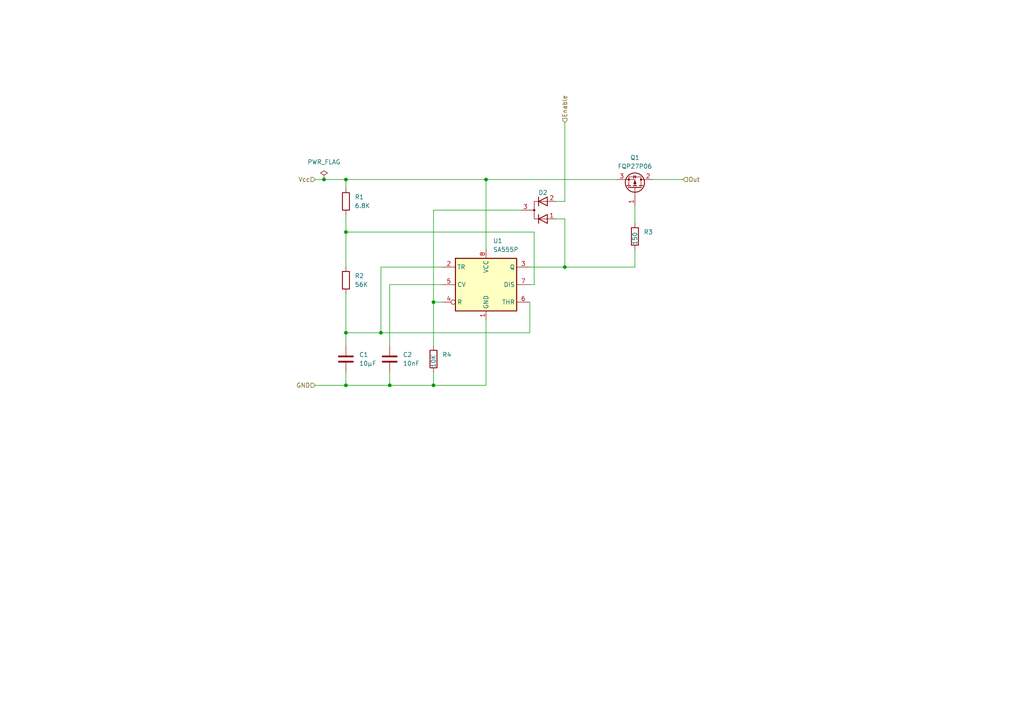
<source format=kicad_sch>
(kicad_sch (version 20211123) (generator eeschema)
  (paper "A4")
  (title_block (title "Module clignotant") (date "2025-01-08") (company "Vélo solaire pour tous") (comment 1 "Licence CERN-OHL-S version 2"))
  (lib_symbols
    (symbol "Device:C" (pin_numbers hide) (pin_names (offset 0.254))
      (property "Reference" "C" (at 0.635 2.54 0))
      (property "Value" "C" (at 0.635 -2.54 0))
      (symbol "C_0_1"
        (polyline (pts (xy -2.032 -0.762) (xy 2.032 -0.762)) (stroke (width 0.508)))
        (polyline (pts (xy -2.032 0.762) (xy 2.032 0.762)) (stroke (width 0.508)))
      )
      (symbol "C_1_1"
        (pin passive line (at 0 3.81 270) (length 2.794) (name "~") (number "1"))
        (pin passive line (at 0 -3.81 90) (length 2.794) (name "~") (number "2"))
      )
    )
    (symbol "Device:D_Dual_CommonCathode_AAK_Parallel" (pin_names (offset 0.762) hide)
      (property "Reference" "D" (at 0 5.08 0))
      (property "Value" "D_Dual_CommonCathode_AAK_Parallel" (at 0 -5.08 0))
      (symbol "D_Dual_CommonCathode_AAK_Parallel_0_0"
        (polyline (pts (xy 0 -1.27) (xy 0 -3.81)) (stroke (width 0.254)))
        (polyline (pts (xy 0 1.27) (xy 0 3.81)) (stroke (width 0.254)))
      )
      (symbol "D_Dual_CommonCathode_AAK_Parallel_0_1"
        (polyline (pts (xy 1.27 0) (xy 2.54 0)))
        (polyline (pts (xy -2.54 -2.54) (xy 1.27 -2.54) (xy 1.27 2.54) (xy -2.54 2.54)))
        (polyline (pts (xy -2.54 -1.27) (xy 0 -2.54) (xy -2.54 -3.81) (xy -2.54 -1.27) (xy -2.54 -1.27) (xy -2.54 -1.27)) (stroke (width 0.254)))
        (polyline (pts (xy -2.54 3.81) (xy 0 2.54) (xy -2.54 1.27) (xy -2.54 3.81) (xy -2.54 3.81) (xy -2.54 3.81)) (stroke (width 0.254)))
        (circle (center 1.27 0) (radius 0.254) (fill (type outline)))
        (pin passive line (at -5.08 2.54 0) (length 2.54) (name "K") (number "1"))
        (pin passive line (at -5.08 -2.54 0) (length 2.54) (name "K") (number "2"))
        (pin passive line (at 5.08 0 180) (length 2.54) (name "A") (number "3"))
      )
    )
    (symbol "Device:R" (pin_numbers hide) (pin_names (offset 0))
      (property "Reference" "R" (at 2.032 0 90))
      (property "Value" "R" (at 0 0 90))
      (symbol "R_0_1"
        (rectangle (start -1.016 -2.54) (end 1.016 2.54) (stroke (width 0.254)))
      )
      (symbol "R_1_1"
        (pin passive line (at 0 3.81 270) (length 1.27) (name "~") (number "1"))
        (pin passive line (at 0 -3.81 90) (length 1.27) (name "~") (number "2"))
      )
    )
    (symbol "Timer:SA555P"
      (property "Reference" "U" (at -10.16 8.89 0))
      (property "Value" "SA555P" (at 2.54 8.89 0))
      (symbol "SA555P_0_0"
        (pin power_in line (at 0 -10.16 90) (length 2.54) (name "GND") (number "1"))
        (pin power_in line (at 0 10.16 270) (length 2.54) (name "VCC") (number "8"))
      )
      (symbol "SA555P_0_1"
        (rectangle (start -8.89 -7.62) (end 8.89 7.62) (stroke (width 0.254)) (fill (type background)))
        (rectangle (start -8.89 -7.62) (end 8.89 7.62) (stroke (width 0.254)) (fill (type background)))
      )
      (symbol "SA555P_1_1"
        (pin input line (at -12.7 5.08 0) (length 3.81) (name "TR") (number "2"))
        (pin output line (at 12.7 5.08 180) (length 3.81) (name "Q") (number "3"))
        (pin input inverted (at -12.7 -5.08 0) (length 3.81) (name "R") (number "4"))
        (pin input line (at -12.7 0 0) (length 3.81) (name "CV") (number "5"))
        (pin input line (at 12.7 -5.08 180) (length 3.81) (name "THR") (number "6"))
        (pin input line (at 12.7 0 180) (length 3.81) (name "DIS") (number "7"))
      )
    )
    (symbol "Transistor_FET:FQP27P06" (pin_names hide)
      (property "Reference" "Q" (at 5.08 1.905 0))
      (property "Value" "FQP27P06" (at 5.08 0 0))
      (symbol "FQP27P06_0_1"
        (polyline (pts (xy 0.254 0) (xy -2.54 0)))
        (polyline (pts (xy 0.254 1.905) (xy 0.254 -1.905)) (stroke (width 0.254)))
        (polyline (pts (xy 0.762 -1.27) (xy 0.762 -2.286)) (stroke (width 0.254)))
        (polyline (pts (xy 0.762 0.508) (xy 0.762 -0.508)) (stroke (width 0.254)))
        (polyline (pts (xy 0.762 2.286) (xy 0.762 1.27)) (stroke (width 0.254)))
        (polyline (pts (xy 2.54 2.54) (xy 2.54 1.778)))
        (polyline (pts (xy 2.54 -2.54) (xy 2.54 0) (xy 0.762 0)))
        (polyline (pts (xy 0.762 1.778) (xy 3.302 1.778) (xy 3.302 -1.778) (xy 0.762 -1.778)))
        (polyline (pts (xy 2.286 0) (xy 1.27 0.381) (xy 1.27 -0.381) (xy 2.286 0)) (fill (type outline)))
        (polyline (pts (xy 2.794 -0.508) (xy 2.921 -0.381) (xy 3.683 -0.381) (xy 3.81 -0.254)))
        (polyline (pts (xy 3.302 -0.381) (xy 2.921 0.254) (xy 3.683 0.254) (xy 3.302 -0.381)))
        (circle (center 1.651 0) (radius 2.794) (stroke (width 0.254)))
        (circle (center 2.54 -1.778) (radius 0.254) (fill (type outline)))
        (circle (center 2.54 1.778) (radius 0.254) (fill (type outline)))
      )
      (symbol "FQP27P06_1_1"
        (pin input line (at -5.08 0 0) (length 2.54) (name "G") (number "1"))
        (pin passive line (at 2.54 5.08 270) (length 2.54) (name "D") (number "2"))
        (pin passive line (at 2.54 -5.08 90) (length 2.54) (name "S") (number "3"))
      )
    )
    (symbol "power:PWR_FLAG" (power) (pin_numbers hide) (pin_names (offset 0) hide)
      (property "Value" "PWR_FLAG" (at 0 3.81 0))
      (symbol "PWR_FLAG_0_0"
        (pin power_out line (at 0 0 90) (length 0) (name "pwr") (number "1"))
      )
      (symbol "PWR_FLAG_0_1"
        (polyline (pts (xy 0 0) (xy 0 1.27) (xy -1.016 1.905) (xy 0 2.54) (xy 1.016 1.905) (xy 0 1.27)))
      )
    )
  )
  (junction (at 163.83 77.47))
  (junction (at 140.97 52.07))
  (junction (at 100.33 67.31))
  (junction (at 113.03 111.76))
  (junction (at 100.33 52.07))
  (junction (at 93.98 52.07))
  (junction (at 125.73 111.76))
  (junction (at 125.73 87.63))
  (junction (at 100.33 111.76))
  (junction (at 110.49 96.52))
  (junction (at 100.33 96.52))
  (wire (pts (xy 140.97 52.07) (xy 140.97 72.39)))
  (wire (pts (xy 140.97 92.71) (xy 140.97 111.76)))
  (wire (pts (xy 125.73 111.76) (xy 140.97 111.76)))
  (wire (pts (xy 125.73 107.95) (xy 125.73 111.76)))
  (wire (pts (xy 125.73 87.63) (xy 128.27 87.63)))
  (wire (pts (xy 128.27 77.47) (xy 110.49 77.47)))
  (wire (pts (xy 140.97 52.07) (xy 179.07 52.07)))
  (wire (pts (xy 128.27 82.55) (xy 113.03 82.55)))
  (wire (pts (xy 153.67 96.52) (xy 110.49 96.52)))
  (wire (pts (xy 100.33 67.31) (xy 100.33 77.47)))
  (wire (pts (xy 189.23 52.07) (xy 198.12 52.07)))
  (wire (pts (xy 153.67 82.55) (xy 154.94 82.55)))
  (wire (pts (xy 100.33 111.76) (xy 100.33 107.95)))
  (wire (pts (xy 100.33 67.31) (xy 154.94 67.31)))
  (wire (pts (xy 110.49 77.47) (xy 110.49 96.52)))
  (wire (pts (xy 113.03 111.76) (xy 125.73 111.76)))
  (wire (pts (xy 153.67 77.47) (xy 163.83 77.47)))
  (wire (pts (xy 91.44 52.07) (xy 93.98 52.07)))
  (wire (pts (xy 184.15 64.77) (xy 184.15 59.69)))
  (wire (pts (xy 100.33 85.09) (xy 100.33 96.52)))
  (wire (pts (xy 113.03 111.76) (xy 100.33 111.76)))
  (wire (pts (xy 100.33 96.52) (xy 110.49 96.52)))
  (wire (pts (xy 113.03 107.95) (xy 113.03 111.76)))
  (wire (pts (xy 125.73 87.63) (xy 125.73 100.33)))
  (wire (pts (xy 151.13 60.96) (xy 125.73 60.96)))
  (wire (pts (xy 93.98 52.07) (xy 100.33 52.07)))
  (wire (pts (xy 163.83 63.5) (xy 161.29 63.5)))
  (wire (pts (xy 153.67 87.63) (xy 153.67 96.52)))
  (wire (pts (xy 163.83 77.47) (xy 184.15 77.47)))
  (wire (pts (xy 163.83 35.56) (xy 163.83 58.42)))
  (wire (pts (xy 163.83 63.5) (xy 163.83 77.47)))
  (wire (pts (xy 100.33 96.52) (xy 100.33 100.33)))
  (wire (pts (xy 100.33 52.07) (xy 100.33 54.61)))
  (wire (pts (xy 184.15 72.39) (xy 184.15 77.47)))
  (wire (pts (xy 100.33 62.23) (xy 100.33 67.31)))
  (wire (pts (xy 91.44 111.76) (xy 100.33 111.76)))
  (wire (pts (xy 163.83 58.42) (xy 161.29 58.42)))
  (wire (pts (xy 113.03 82.55) (xy 113.03 100.33)))
  (wire (pts (xy 125.73 60.96) (xy 125.73 87.63)))
  (wire (pts (xy 100.33 52.07) (xy 140.97 52.07)))
  (wire (pts (xy 154.94 67.31) (xy 154.94 82.55)))
  (hierarchical_label "Out" (shape input) (at 198.12 52.07 0))
  (hierarchical_label "GND" (shape input) (at 91.44 111.76 180))
  (hierarchical_label "Enable" (shape input) (at 163.83 35.56 90))
  (hierarchical_label "Vcc" (shape input) (at 91.44 52.07 180))
  (symbol (lib_id "Device:C") (at 113.03 104.14 0) (unit 1)
    (property "Reference" "C2" (at 116.84 102.8699 0) (effects (justify left)))
    (property "Value" "10nF" (at 116.84 105.4099 0) (effects (justify left)))
    (property "Footprint" "Capacitor_THT:C_Disc_D4.3mm_W1.9mm_P5.00mm" (effects hide))
  )
  (symbol (lib_id "Device:R") (at 100.33 81.28 0) (unit 1)
    (property "Reference" "R2" (at 102.87 80.0099 0) (effects (justify left)))
    (property "Value" "56K" (at 102.87 82.5499 0) (effects (justify left)))
    (property "Footprint" "Resistor_THT:R_Axial_DIN0207_L6.3mm_D2.5mm_P10.16mm_Horizontal" (effects hide))
  )
  (symbol (lib_id "Timer:SA555P") (at 140.97 82.55 0) (unit 1)
    (property "Reference" "U1" (at 142.9894 69.85 0) (effects (justify left)))
    (property "Value" "SA555P" (at 142.9894 72.39 0) (effects (justify left)))
    (property "Footprint" "Package_DIP:DIP-8_W7.62mm" (effects hide))
    (property "Datasheet" "http://www.ti.com/lit/ds/symlink/ne555.pdf" (effects hide))
  )
  (symbol (lib_id "Device:D_Dual_CommonCathode_AAK_Parallel") (at 156.21 60.96 180) (unit 1)
    (property "Reference" "D2" (at 157.48 55.88 0))
    (property "Value" "D_Dual_CommonCathode_AAK_Parallel" (effects hide))
    (property "Footprint" "Package_TO_SOT_THT:TO-220-3_Vertical" (effects hide))
  )
  (symbol (lib_id "Device:R") (at 100.33 58.42 0) (unit 1)
    (property "Reference" "R1" (at 102.87 57.1499 0) (effects (justify left)))
    (property "Value" "6.8K" (at 102.87 59.6899 0) (effects (justify left)))
    (property "Footprint" "Resistor_THT:R_Axial_DIN0207_L6.3mm_D2.5mm_P10.16mm_Horizontal" (effects hide))
  )
  (symbol (lib_id "Device:R") (at 184.15 68.58 180) (unit 1)
    (property "Reference" "R3" (at 186.69 67.3099 0) (effects (justify right)))
    (property "Value" "150" (at 184.15 71.12 90) (effects (justify right)))
    (property "Footprint" "Resistor_THT:R_Axial_DIN0207_L6.3mm_D2.5mm_P10.16mm_Horizontal" (effects hide))
  )
  (symbol (lib_id "Device:R") (at 125.73 104.14 0) (unit 1)
    (property "Reference" "R4" (at 128.27 102.8699 0) (effects (justify left)))
    (property "Value" "10K" (at 125.73 106.68 90) (effects (justify left)))
    (property "Footprint" "Resistor_THT:R_Axial_DIN0207_L6.3mm_D2.5mm_P10.16mm_Horizontal" (effects hide))
  )
  (symbol (lib_id "power:PWR_FLAG") (at 93.98 52.07 0) (unit 1)
    (property "Reference" "#FLG0101" (effects hide))
    (property "Value" "PWR_FLAG" (at 93.98 46.99 0))
  )
  (symbol (lib_id "Transistor_FET:FQP27P06") (at 184.15 54.61 270) (mirror x) (unit 1)
    (property "Reference" "Q1" (at 184.15 45.72 90))
    (property "Value" "FQP27P06" (at 184.15 48.26 90))
    (property "Footprint" "Package_TO_SOT_THT:TO-220-3_Vertical" (effects hide))
    (property "Datasheet" "https://www.onsemi.com/pub/Collateral/FQP27P06-D.PDF" (effects hide))
  )
  (symbol (lib_id "Device:C") (at 100.33 104.14 0) (unit 1)
    (property "Reference" "C1" (at 104.14 102.8699 0) (effects (justify left)))
    (property "Value" "10µF" (at 104.14 105.4099 0) (effects (justify left)))
    (property "Footprint" "Capacitor_THT:C_Disc_D4.3mm_W1.9mm_P5.00mm" (effects hide))
  )
)
</source>
